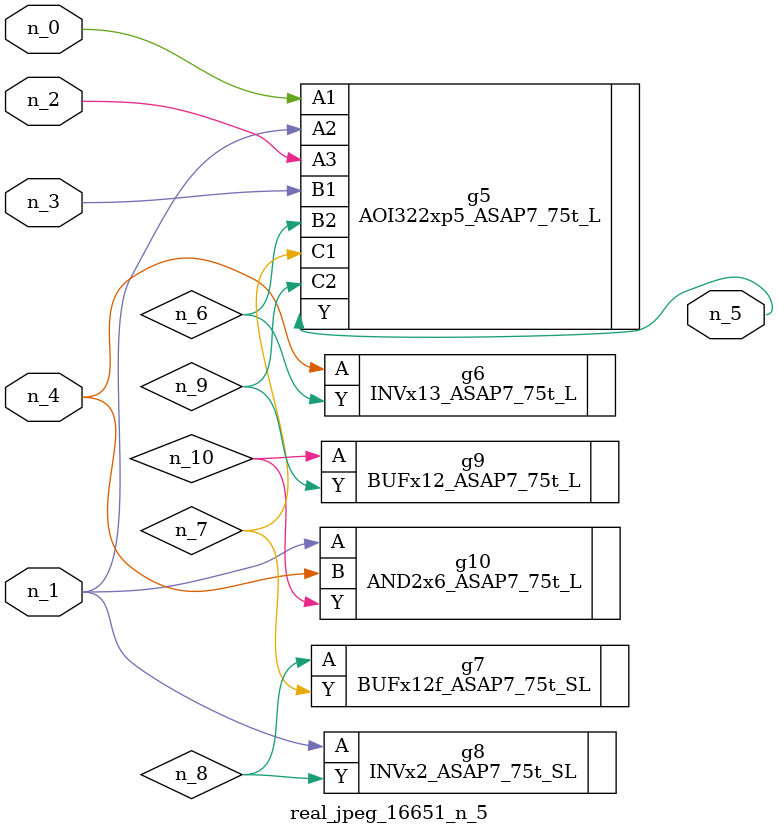
<source format=v>
module real_jpeg_16651_n_5 (n_4, n_0, n_1, n_2, n_3, n_5);

input n_4;
input n_0;
input n_1;
input n_2;
input n_3;

output n_5;

wire n_8;
wire n_6;
wire n_7;
wire n_10;
wire n_9;

AOI322xp5_ASAP7_75t_L g5 ( 
.A1(n_0),
.A2(n_1),
.A3(n_2),
.B1(n_3),
.B2(n_6),
.C1(n_7),
.C2(n_9),
.Y(n_5)
);

INVx2_ASAP7_75t_SL g8 ( 
.A(n_1),
.Y(n_8)
);

AND2x6_ASAP7_75t_L g10 ( 
.A(n_1),
.B(n_4),
.Y(n_10)
);

INVx13_ASAP7_75t_L g6 ( 
.A(n_4),
.Y(n_6)
);

BUFx12f_ASAP7_75t_SL g7 ( 
.A(n_8),
.Y(n_7)
);

BUFx12_ASAP7_75t_L g9 ( 
.A(n_10),
.Y(n_9)
);


endmodule
</source>
